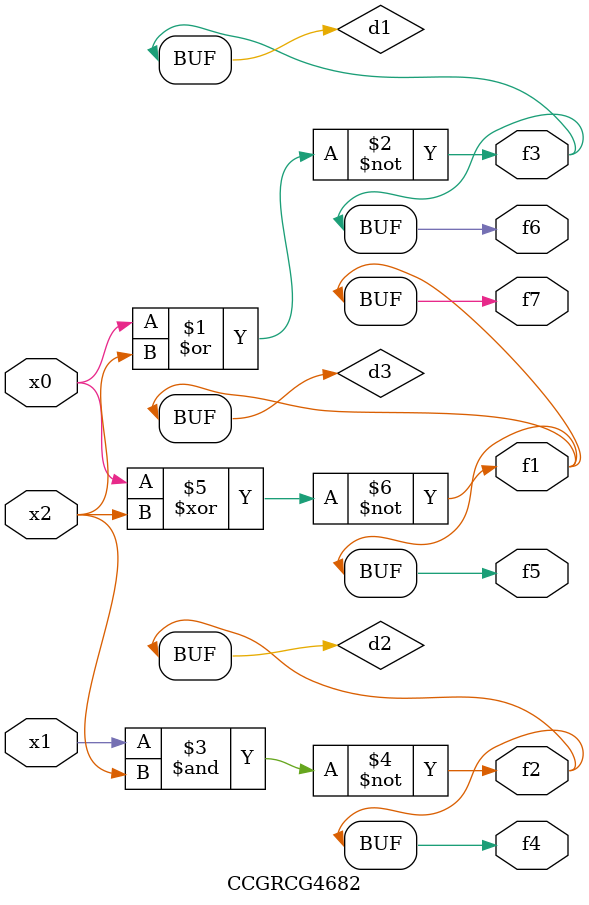
<source format=v>
module CCGRCG4682(
	input x0, x1, x2,
	output f1, f2, f3, f4, f5, f6, f7
);

	wire d1, d2, d3;

	nor (d1, x0, x2);
	nand (d2, x1, x2);
	xnor (d3, x0, x2);
	assign f1 = d3;
	assign f2 = d2;
	assign f3 = d1;
	assign f4 = d2;
	assign f5 = d3;
	assign f6 = d1;
	assign f7 = d3;
endmodule

</source>
